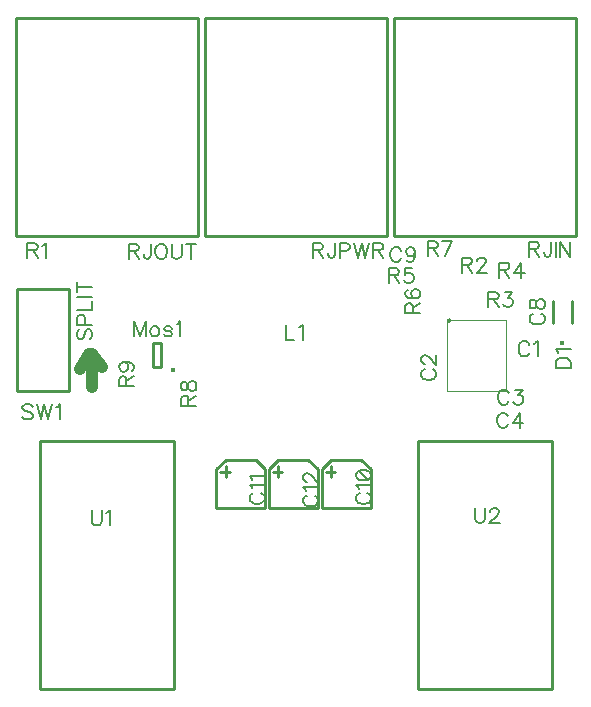
<source format=gbr>
G04 DipTrace 3.0.0.0*
G04 TopSilk.gbr*
%MOIN*%
G04 #@! TF.FileFunction,Legend,Top*
G04 #@! TF.Part,Single*
%ADD10C,0.009843*%
%ADD16C,0.03937*%
%ADD24C,0.003937*%
%ADD33C,0.015749*%
%ADD36C,0.01543*%
%ADD72C,0.00772*%
%FSLAX26Y26*%
G04*
G70*
G90*
G75*
G01*
G04 TopSilk*
%LPD*%
X1868035Y1491252D2*
D10*
G02X1868035Y1491252I3122J0D01*
G01*
X1863347Y1493742D2*
D24*
X2060210D1*
Y1257507D1*
X1863347D1*
Y1493742D1*
X1609302Y865465D2*
D10*
X1446802D1*
Y996715D1*
X1478051Y1027983D1*
X1578054Y1028057D1*
X1609302Y996715D1*
Y865465D1*
X1459299Y986927D2*
X1490547D1*
X1478051Y971061D2*
Y1007919D1*
X1257793Y865465D2*
X1095293D1*
Y996715D1*
X1126542Y1027983D1*
X1226545Y1028057D1*
X1257793Y996715D1*
Y865465D1*
X1107790Y986927D2*
X1139038D1*
X1126542Y971061D2*
Y1007919D1*
X1433267Y865465D2*
X1270767D1*
Y996715D1*
X1302016Y1027983D1*
X1402018Y1028057D1*
X1433267Y996715D1*
Y865465D1*
X1283263Y986927D2*
X1314512D1*
X1302016Y971061D2*
Y1007919D1*
X2216119Y1484484D2*
Y1555363D1*
X2279114Y1484484D2*
Y1555363D1*
D33*
X2247617Y1415594D3*
D36*
X951352Y1327430D3*
X909080Y1336629D2*
D10*
Y1415358D1*
X885420D1*
Y1336629D1*
X909080D1*
X2294042Y1774409D2*
X1686168D1*
Y2499606D1*
X2294042D1*
Y1774409D1*
X1033567D2*
X425693D1*
Y2499606D1*
X1033567D1*
Y1774409D1*
X1664178D2*
X1056304D1*
Y2499606D1*
X1664178D1*
Y1774409D1*
X431385Y1258151D2*
X604613D1*
Y1596759D1*
X431385D1*
Y1258151D1*
X507008Y1089724D2*
X952283D1*
Y264331D1*
X507008D1*
Y1089724D1*
X1767480D2*
X2212756D1*
Y264331D1*
X1767480D1*
Y1089724D1*
X680519Y1381092D2*
D16*
X679091Y1268279D1*
X670522Y1381093D2*
X639106Y1331112D1*
X680518Y1379665D2*
X714791Y1338251D1*
X2138077Y1410375D2*
D72*
X2135700Y1415129D1*
X2130892Y1419937D1*
X2126139Y1422314D1*
X2116577D1*
X2111769Y1419937D1*
X2107015Y1415129D1*
X2104584Y1410375D1*
X2102207Y1403190D1*
Y1391197D1*
X2104584Y1384067D1*
X2107015Y1379259D1*
X2111769Y1374505D1*
X2116577Y1372074D1*
X2126139D1*
X2130892Y1374505D1*
X2135700Y1379259D1*
X2138077Y1384067D1*
X2153516Y1412697D2*
X2158325Y1415129D1*
X2165510Y1422258D1*
Y1372074D1*
X1789261Y1329233D2*
X1784508Y1326856D1*
X1779699Y1322048D1*
X1777323Y1317294D1*
Y1307733D1*
X1779699Y1302924D1*
X1784508Y1298171D1*
X1789261Y1295739D1*
X1796446Y1293363D1*
X1808440D1*
X1815569Y1295739D1*
X1820378Y1298171D1*
X1825131Y1302924D1*
X1827563Y1307733D1*
Y1317294D1*
X1825131Y1322047D1*
X1820378Y1326856D1*
X1815569Y1329233D1*
X1789316Y1347104D2*
X1786940D1*
X1782131Y1349480D1*
X1779755Y1351857D1*
X1777378Y1356665D1*
Y1366227D1*
X1779755Y1370980D1*
X1782131Y1373357D1*
X1786940Y1375788D1*
X1791693D1*
X1796501Y1373357D1*
X1803631Y1368603D1*
X1827563Y1344672D1*
Y1378165D1*
X2069369Y1249399D2*
X2066992Y1254152D1*
X2062184Y1258961D1*
X2057431Y1261337D1*
X2047869D1*
X2043061Y1258961D1*
X2038307Y1254152D1*
X2035876Y1249399D1*
X2033499Y1242214D1*
Y1230221D1*
X2035876Y1223091D1*
X2038307Y1218282D1*
X2043061Y1213529D1*
X2047869Y1211097D1*
X2057431D1*
X2062184Y1213529D1*
X2066992Y1218282D1*
X2069369Y1223091D1*
X2089617Y1261282D2*
X2115870D1*
X2101555Y1242159D1*
X2108740D1*
X2113493Y1239782D1*
X2115870Y1237406D1*
X2118302Y1230221D1*
Y1225467D1*
X2115870Y1218282D1*
X2111116Y1213474D1*
X2103931Y1211097D1*
X2096746D1*
X2089617Y1213474D1*
X2087240Y1215906D1*
X2084808Y1220659D1*
X2067000Y1171643D2*
X2064623Y1176396D1*
X2059814Y1181205D1*
X2055061Y1183581D1*
X2045500D1*
X2040691Y1181205D1*
X2035938Y1176396D1*
X2033506Y1171643D1*
X2031130Y1164458D1*
Y1152465D1*
X2033506Y1145335D1*
X2035938Y1140526D1*
X2040691Y1135773D1*
X2045500Y1133341D1*
X2055061D1*
X2059814Y1135773D1*
X2064623Y1140526D1*
X2067000Y1145335D1*
X2106370Y1133341D2*
Y1183526D1*
X2082439Y1150088D1*
X2118309D1*
X2151613Y1514374D2*
X2146860Y1511998D1*
X2142051Y1507189D1*
X2139675Y1502436D1*
Y1492875D1*
X2142051Y1488066D1*
X2146860Y1483313D1*
X2151613Y1480881D1*
X2158798Y1478504D1*
X2170791D1*
X2177921Y1480881D1*
X2182730Y1483313D1*
X2187483Y1488066D1*
X2189915Y1492874D1*
Y1502436D1*
X2187483Y1507189D1*
X2182730Y1511998D1*
X2177921Y1514374D1*
X2139730Y1541752D2*
X2142106Y1534622D1*
X2146860Y1532190D1*
X2151668D1*
X2156421Y1534622D1*
X2158853Y1539375D1*
X2161230Y1548937D1*
X2163606Y1556122D1*
X2168415Y1560875D1*
X2173168Y1563252D1*
X2180353D1*
X2185106Y1560875D1*
X2187538Y1558498D1*
X2189915Y1551313D1*
Y1541752D1*
X2187538Y1534622D1*
X2185106Y1532190D1*
X2180353Y1529814D1*
X2173168D1*
X2168415Y1532190D1*
X2163606Y1536999D1*
X2161230Y1544128D1*
X2158853Y1553690D1*
X2156421Y1558498D1*
X2151668Y1560875D1*
X2146860D1*
X2142106Y1558498D1*
X2139730Y1551313D1*
Y1541752D1*
X1711036Y1724684D2*
X1708660Y1729437D1*
X1703851Y1734245D1*
X1699098Y1736622D1*
X1689536D1*
X1684728Y1734245D1*
X1679975Y1729437D1*
X1677543Y1724684D1*
X1675166Y1717499D1*
Y1705505D1*
X1677543Y1698376D1*
X1679975Y1693567D1*
X1684728Y1688814D1*
X1689536Y1686382D1*
X1699098D1*
X1703851Y1688814D1*
X1708660Y1693567D1*
X1711036Y1698376D1*
X1757592Y1719875D2*
X1755160Y1712690D1*
X1750407Y1707882D1*
X1743222Y1705505D1*
X1740846D1*
X1733661Y1707882D1*
X1728907Y1712690D1*
X1726475Y1719875D1*
Y1722252D1*
X1728907Y1729437D1*
X1733661Y1734190D1*
X1740846Y1736567D1*
X1743222D1*
X1750407Y1734190D1*
X1755160Y1729437D1*
X1757592Y1719875D1*
Y1707882D1*
X1755160Y1695944D1*
X1750407Y1688759D1*
X1743222Y1686382D1*
X1738469D1*
X1731284Y1688759D1*
X1728907Y1693567D1*
X1572200Y915748D2*
X1567447Y913372D1*
X1562638Y908563D1*
X1560262Y903810D1*
Y894249D1*
X1562638Y889440D1*
X1567447Y884687D1*
X1572200Y882255D1*
X1579385Y879879D1*
X1591379D1*
X1598508Y882255D1*
X1603317Y884687D1*
X1608070Y889440D1*
X1610502Y894249D1*
Y903810D1*
X1608070Y908563D1*
X1603317Y913372D1*
X1598508Y915748D1*
X1569879Y931188D2*
X1567447Y935996D1*
X1560317Y943181D1*
X1610502D1*
X1560317Y972990D2*
X1562694Y965805D1*
X1569879Y960997D1*
X1581817Y958620D1*
X1589002D1*
X1600940Y960997D1*
X1608125Y965805D1*
X1610502Y972990D1*
Y977744D1*
X1608125Y984929D1*
X1600940Y989682D1*
X1589002Y992114D1*
X1581817D1*
X1569879Y989682D1*
X1562694Y984929D1*
X1560317Y977744D1*
Y972990D1*
X1569879Y989682D2*
X1600940Y960997D1*
X1217472Y916842D2*
X1212719Y914466D1*
X1207910Y909657D1*
X1205534Y904904D1*
Y895342D1*
X1207910Y890534D1*
X1212719Y885781D1*
X1217472Y883349D1*
X1224657Y880972D1*
X1236650D1*
X1243780Y883349D1*
X1248588Y885781D1*
X1253342Y890534D1*
X1255774Y895342D1*
Y904904D1*
X1253342Y909657D1*
X1248589Y914466D1*
X1243780Y916842D1*
X1215150Y932281D2*
X1212719Y937090D1*
X1205589Y944275D1*
X1255774D1*
X1215150Y959714D2*
X1212719Y964523D1*
X1205589Y971708D1*
X1255774D1*
X1396165Y908238D2*
X1391411Y905861D1*
X1386603Y901053D1*
X1384226Y896300D1*
Y886738D1*
X1386603Y881930D1*
X1391411Y877177D1*
X1396165Y874745D1*
X1403350Y872368D1*
X1415343D1*
X1422473Y874745D1*
X1427281Y877177D1*
X1432035Y881930D1*
X1434466Y886738D1*
Y896300D1*
X1432035Y901053D1*
X1427281Y905861D1*
X1422473Y908238D1*
X1393843Y923677D2*
X1391412Y928486D1*
X1384282Y935671D1*
X1434466D1*
X1396220Y953542D2*
X1393843D1*
X1389035Y955918D1*
X1386658Y958295D1*
X1384282Y963103D1*
Y972665D1*
X1386658Y977418D1*
X1389035Y979795D1*
X1393843Y982227D1*
X1398597D1*
X1403405Y979795D1*
X1410535Y975042D1*
X1434466Y951110D1*
Y984603D1*
X2225509Y1334258D2*
X2275749D1*
Y1351004D1*
X2273317Y1358189D1*
X2268564Y1362998D1*
X2263756Y1365374D1*
X2256626Y1367751D1*
X2244633D1*
X2237447Y1365374D1*
X2232694Y1362998D1*
X2227886Y1358189D1*
X2225509Y1351004D1*
Y1334258D1*
X2235126Y1383190D2*
X2232694Y1387999D1*
X2225565Y1395184D1*
X2275749D1*
X1326227Y1477909D2*
Y1427669D1*
X1354912D1*
X1370351Y1468293D2*
X1375160Y1470724D1*
X1382345Y1477854D1*
Y1427669D1*
X858898Y1438341D2*
Y1488581D1*
X839775Y1438341D1*
X820652Y1488581D1*
Y1438341D1*
X886276Y1471834D2*
X881522Y1469457D1*
X876714Y1464649D1*
X874337Y1457464D1*
Y1452711D1*
X876714Y1445526D1*
X881522Y1440773D1*
X886276Y1438341D1*
X893461D1*
X898269Y1440773D1*
X903022Y1445526D1*
X905454Y1452711D1*
Y1457464D1*
X903022Y1464649D1*
X898269Y1469457D1*
X893461Y1471834D1*
X886276D1*
X947202Y1464649D2*
X944825Y1469457D1*
X937640Y1471834D1*
X930455D1*
X923270Y1469457D1*
X920893Y1464649D1*
X923270Y1459896D1*
X928078Y1457464D1*
X940017Y1455087D1*
X944825Y1452711D1*
X947202Y1447902D1*
Y1445526D1*
X944825Y1440773D1*
X937640Y1438341D1*
X930455D1*
X923270Y1440773D1*
X920893Y1445526D1*
X962641Y1478964D2*
X967449Y1481396D1*
X974634Y1488525D1*
Y1438341D1*
X465390Y1725450D2*
X486890D1*
X494075Y1727882D1*
X496507Y1730259D1*
X498883Y1735012D1*
Y1739820D1*
X496507Y1744573D1*
X494075Y1747005D1*
X486890Y1749382D1*
X465390D1*
Y1699142D1*
X482137Y1725450D2*
X498883Y1699142D1*
X514323Y1739765D2*
X519131Y1742197D1*
X526316Y1749327D1*
Y1699142D1*
X1913506Y1677430D2*
X1935006D1*
X1942191Y1679862D1*
X1944623Y1682239D1*
X1947000Y1686992D1*
Y1691801D1*
X1944623Y1696554D1*
X1942191Y1698986D1*
X1935006Y1701362D1*
X1913506D1*
Y1651122D1*
X1930253Y1677430D2*
X1947000Y1651122D1*
X1964871Y1689369D2*
Y1691745D1*
X1967247Y1696554D1*
X1969624Y1698930D1*
X1974432Y1701307D1*
X1983994D1*
X1988747Y1698930D1*
X1991124Y1696554D1*
X1993556Y1691745D1*
Y1686992D1*
X1991124Y1682184D1*
X1986370Y1675054D1*
X1962439Y1651122D1*
X1995932D1*
X2002021Y1562360D2*
X2023520D1*
X2030706Y1564791D1*
X2033137Y1567168D1*
X2035514Y1571921D1*
Y1576730D1*
X2033137Y1581483D1*
X2030706Y1583915D1*
X2023520Y1586291D1*
X2002021D1*
Y1536051D1*
X2018767Y1562360D2*
X2035514Y1536051D1*
X2055762Y1586236D2*
X2082015D1*
X2067700Y1567113D1*
X2074885D1*
X2079638Y1564736D1*
X2082015Y1562360D1*
X2084447Y1555175D1*
Y1550421D1*
X2082015Y1543236D1*
X2077262Y1538428D1*
X2070076Y1536051D1*
X2062891D1*
X2055762Y1538428D1*
X2053385Y1540860D1*
X2050953Y1545613D1*
X2038307Y1660340D2*
X2059807D1*
X2066992Y1662772D1*
X2069424Y1665148D1*
X2071801Y1669902D1*
Y1674710D1*
X2069424Y1679463D1*
X2066992Y1681895D1*
X2059807Y1684272D1*
X2038307D1*
Y1634032D1*
X2055054Y1660340D2*
X2071801Y1634032D1*
X2111172D2*
Y1684216D1*
X2087240Y1650778D1*
X2123110D1*
X1670779Y1642434D2*
X1692279D1*
X1699464Y1644866D1*
X1701896Y1647243D1*
X1704273Y1651996D1*
Y1656804D1*
X1701896Y1661558D1*
X1699464Y1663990D1*
X1692279Y1666366D1*
X1670779D1*
Y1616126D1*
X1687526Y1642434D2*
X1704273Y1616126D1*
X1748397Y1666311D2*
X1724520D1*
X1722144Y1644811D1*
X1724520Y1647188D1*
X1731705Y1649619D1*
X1738835D1*
X1746020Y1647188D1*
X1750828Y1642434D1*
X1753205Y1635249D1*
Y1630496D1*
X1750828Y1623311D1*
X1746020Y1618503D1*
X1738835Y1616126D1*
X1731705D1*
X1724520Y1618503D1*
X1722144Y1620935D1*
X1719712Y1625688D1*
X1749133Y1516334D2*
Y1537834D1*
X1746701Y1545019D1*
X1744324Y1547451D1*
X1739571Y1549827D1*
X1734762D1*
X1730009Y1547451D1*
X1727577Y1545019D1*
X1725201Y1537834D1*
Y1516334D1*
X1775441D1*
X1749133Y1533080D2*
X1775441Y1549827D1*
X1732386Y1593951D2*
X1727633Y1591575D1*
X1725256Y1584390D1*
Y1579636D1*
X1727633Y1572451D1*
X1734818Y1567643D1*
X1746756Y1565266D1*
X1758694D1*
X1768256Y1567643D1*
X1773064Y1572451D1*
X1775441Y1579636D1*
Y1582013D1*
X1773064Y1589143D1*
X1768256Y1593951D1*
X1761071Y1596328D1*
X1758694D1*
X1751509Y1593951D1*
X1746756Y1589143D1*
X1744379Y1582013D1*
Y1579636D1*
X1746756Y1572451D1*
X1751509Y1567643D1*
X1758694Y1565266D1*
X1799116Y1731759D2*
X1820616D1*
X1827801Y1734190D1*
X1830233Y1736567D1*
X1832610Y1741320D1*
Y1746129D1*
X1830233Y1750882D1*
X1827801Y1753314D1*
X1820616Y1755690D1*
X1799116D1*
Y1705450D1*
X1815863Y1731759D2*
X1832610Y1705450D1*
X1857611D2*
X1881542Y1755635D1*
X1848049D1*
X1001556Y1207771D2*
Y1229271D1*
X999125Y1236456D1*
X996748Y1238888D1*
X991995Y1241265D1*
X987186D1*
X982433Y1238888D1*
X980001Y1236456D1*
X977625Y1229271D1*
Y1207771D1*
X1027865D1*
X1001556Y1224518D2*
X1027865Y1241265D1*
X977680Y1268642D2*
X980057Y1261512D1*
X984810Y1259081D1*
X989618D1*
X994371Y1261512D1*
X996803Y1266266D1*
X999180Y1275827D1*
X1001556Y1283012D1*
X1006365Y1287765D1*
X1011118Y1290142D1*
X1018303D1*
X1023056Y1287765D1*
X1025488Y1285389D1*
X1027865Y1278204D1*
Y1268642D1*
X1025488Y1261512D1*
X1023056Y1259081D1*
X1018303Y1256704D1*
X1011118D1*
X1006365Y1259081D1*
X1001556Y1263889D1*
X999180Y1271019D1*
X996803Y1280580D1*
X994371Y1285389D1*
X989618Y1287765D1*
X984810D1*
X980057Y1285389D1*
X977680Y1278204D1*
Y1268642D1*
X794724Y1272276D2*
Y1293776D1*
X792293Y1300961D1*
X789916Y1303393D1*
X785163Y1305769D1*
X780354D1*
X775601Y1303393D1*
X773169Y1300961D1*
X770793Y1293776D1*
Y1272276D1*
X821033D1*
X794724Y1289023D2*
X821033Y1305769D1*
X787539Y1352325D2*
X794724Y1349893D1*
X799533Y1345140D1*
X801909Y1337955D1*
Y1335579D1*
X799533Y1328394D1*
X794724Y1323640D1*
X787539Y1321209D1*
X785163D1*
X777978Y1323640D1*
X773225Y1328394D1*
X770848Y1335579D1*
Y1337955D1*
X773225Y1345140D1*
X777978Y1349893D1*
X787539Y1352325D1*
X799533D1*
X811471Y1349893D1*
X818656Y1345140D1*
X821033Y1337955D1*
Y1333202D1*
X818656Y1326017D1*
X813848Y1323640D1*
X2137671Y1730159D2*
X2159171D1*
X2166356Y1732591D1*
X2168787Y1734967D1*
X2171164Y1739720D1*
Y1744529D1*
X2168787Y1749282D1*
X2166356Y1751714D1*
X2159171Y1754091D1*
X2137671D1*
Y1703851D1*
X2154417Y1730159D2*
X2171164Y1703851D1*
X2210535Y1754091D2*
Y1715844D1*
X2208158Y1708659D1*
X2205726Y1706282D1*
X2200973Y1703851D1*
X2196165D1*
X2191412Y1706282D1*
X2189035Y1708659D1*
X2186603Y1715844D1*
Y1720597D1*
X2225974Y1754091D2*
Y1703851D1*
X2274907Y1754091D2*
Y1703851D1*
X2241413Y1754091D1*
Y1703851D1*
X803708Y1723259D2*
X825208D1*
X832393Y1725690D1*
X834825Y1728067D1*
X837202Y1732820D1*
Y1737629D1*
X834825Y1742382D1*
X832393Y1744814D1*
X825208Y1747190D1*
X803708D1*
Y1696950D1*
X820455Y1723259D2*
X837202Y1696950D1*
X876573Y1747190D2*
Y1708944D1*
X874196Y1701759D1*
X871764Y1699382D1*
X867011Y1696950D1*
X862203D1*
X857449Y1699382D1*
X855073Y1701759D1*
X852641Y1708944D1*
Y1713697D1*
X906382Y1747190D2*
X901574Y1744814D1*
X896820Y1740005D1*
X894389Y1735252D1*
X892012Y1728067D1*
Y1716074D1*
X894389Y1708944D1*
X896820Y1704135D1*
X901574Y1699382D1*
X906382Y1696950D1*
X915944D1*
X920697Y1699382D1*
X925505Y1704135D1*
X927882Y1708944D1*
X930258Y1716074D1*
Y1728067D1*
X927882Y1735252D1*
X925505Y1740005D1*
X920697Y1744814D1*
X915944Y1747190D1*
X906382D1*
X945698D2*
Y1711320D1*
X948074Y1704135D1*
X952883Y1699382D1*
X960068Y1696950D1*
X964821D1*
X972006Y1699382D1*
X976814Y1704135D1*
X979191Y1711320D1*
Y1747190D1*
X1011377D2*
Y1696950D1*
X994630Y1747190D2*
X1028124D1*
X1417653Y1726333D2*
X1439153D1*
X1446338Y1728765D1*
X1448770Y1731142D1*
X1451147Y1735895D1*
Y1740703D1*
X1448770Y1745457D1*
X1446338Y1747888D1*
X1439153Y1750265D1*
X1417653D1*
Y1700025D1*
X1434400Y1726333D2*
X1451147Y1700025D1*
X1490518Y1750265D2*
Y1712019D1*
X1488141Y1704834D1*
X1485709Y1702457D1*
X1480956Y1700025D1*
X1476147D1*
X1471394Y1702457D1*
X1469018Y1704834D1*
X1466586Y1712019D1*
Y1716772D1*
X1505957Y1723957D2*
X1527512D1*
X1534642Y1726333D1*
X1537074Y1728765D1*
X1539450Y1733518D1*
Y1740703D1*
X1537074Y1745457D1*
X1534642Y1747888D1*
X1527512Y1750265D1*
X1505957D1*
Y1700025D1*
X1554889Y1750265D2*
X1566883Y1700025D1*
X1578821Y1750265D1*
X1590759Y1700025D1*
X1602753Y1750265D1*
X1618192Y1726333D2*
X1639692D1*
X1646877Y1728765D1*
X1649309Y1731142D1*
X1651685Y1735895D1*
Y1740703D1*
X1649309Y1745457D1*
X1646877Y1747888D1*
X1639692Y1750265D1*
X1618192D1*
Y1700025D1*
X1634939Y1726333D2*
X1651685Y1700025D1*
X482157Y1204887D2*
X477404Y1209696D1*
X470219Y1212072D1*
X460657D1*
X453472Y1209696D1*
X448664Y1204887D1*
Y1200134D1*
X451096Y1195325D1*
X453472Y1192949D1*
X458225Y1190572D1*
X472596Y1185764D1*
X477404Y1183387D1*
X479781Y1180955D1*
X482157Y1176202D1*
Y1169017D1*
X477404Y1164264D1*
X470219Y1161832D1*
X460657D1*
X453472Y1164264D1*
X448664Y1169017D1*
X497596Y1212072D2*
X509590Y1161832D1*
X521528Y1212072D1*
X533466Y1161832D1*
X545460Y1212072D1*
X560899Y1202455D2*
X565708Y1204887D1*
X572893Y1212017D1*
Y1161832D1*
X679373Y859320D2*
Y823450D1*
X681750Y816265D1*
X686558Y811512D1*
X693743Y809080D1*
X698496D1*
X705681Y811512D1*
X710490Y816265D1*
X712866Y823450D1*
Y859320D1*
X728306Y849703D2*
X733114Y852135D1*
X740299Y859265D1*
Y809080D1*
X1956416Y866831D2*
Y830961D1*
X1958792Y823776D1*
X1963601Y819023D1*
X1970786Y816591D1*
X1975539D1*
X1982724Y819023D1*
X1987532Y823776D1*
X1989909Y830961D1*
Y866831D1*
X2007780Y854837D2*
Y857214D1*
X2010157Y862022D1*
X2012533Y864399D1*
X2017342Y866775D1*
X2026903D1*
X2031657Y864399D1*
X2034033Y862022D1*
X2036465Y857214D1*
Y852461D1*
X2034033Y847652D1*
X2029280Y840522D1*
X2005348Y816591D1*
X2038842D1*
X637947Y1462159D2*
X633138Y1457406D1*
X630762Y1450221D1*
Y1440660D1*
X633138Y1433474D1*
X637947Y1428666D1*
X642700D1*
X647509Y1431098D1*
X649885Y1433474D1*
X652262Y1438228D1*
X657070Y1452598D1*
X659447Y1457406D1*
X661879Y1459783D1*
X666632Y1462159D1*
X673817D1*
X678570Y1457406D1*
X681002Y1450221D1*
Y1440659D1*
X678570Y1433474D1*
X673817Y1428666D1*
X657070Y1477599D2*
Y1499154D1*
X654694Y1506283D1*
X652262Y1508715D1*
X647509Y1511092D1*
X640324D1*
X635570Y1508715D1*
X633138Y1506283D1*
X630762Y1499154D1*
Y1477599D1*
X681002Y1477598D1*
X630762Y1526531D2*
X681002D1*
Y1555216D1*
X630762Y1570655D2*
X681002D1*
X630762Y1602841D2*
X681002D1*
X630762Y1586094D2*
Y1619588D1*
M02*

</source>
